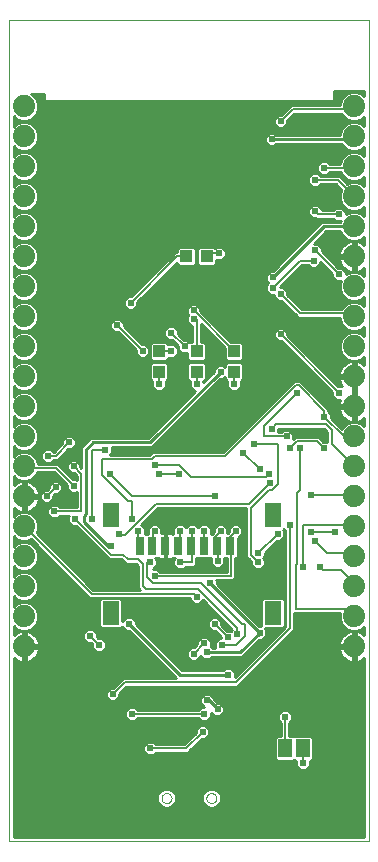
<source format=gbl>
G75*
%MOIN*%
%OFA0B0*%
%FSLAX24Y24*%
%IPPOS*%
%LPD*%
%AMOC8*
5,1,8,0,0,1.08239X$1,22.5*
%
%ADD10C,0.0000*%
%ADD11R,0.0394X0.0433*%
%ADD12R,0.0433X0.0394*%
%ADD13C,0.0740*%
%ADD14R,0.0460X0.0630*%
%ADD15R,0.0315X0.0591*%
%ADD16R,0.0571X0.0787*%
%ADD17C,0.0100*%
%ADD18C,0.0240*%
%ADD19C,0.0060*%
D10*
X002071Y000400D02*
X002071Y027770D01*
X014063Y027770D01*
X014063Y000400D01*
X002071Y000400D01*
X007156Y001846D02*
X007158Y001871D01*
X007164Y001896D01*
X007173Y001920D01*
X007186Y001942D01*
X007203Y001962D01*
X007222Y001979D01*
X007243Y001993D01*
X007267Y002003D01*
X007291Y002010D01*
X007317Y002013D01*
X007342Y002012D01*
X007367Y002007D01*
X007391Y001998D01*
X007414Y001986D01*
X007434Y001971D01*
X007452Y001952D01*
X007467Y001931D01*
X007478Y001908D01*
X007486Y001884D01*
X007490Y001859D01*
X007490Y001833D01*
X007486Y001808D01*
X007478Y001784D01*
X007467Y001761D01*
X007452Y001740D01*
X007434Y001721D01*
X007414Y001706D01*
X007391Y001694D01*
X007367Y001685D01*
X007342Y001680D01*
X007317Y001679D01*
X007291Y001682D01*
X007267Y001689D01*
X007243Y001699D01*
X007222Y001713D01*
X007203Y001730D01*
X007186Y001750D01*
X007173Y001772D01*
X007164Y001796D01*
X007158Y001821D01*
X007156Y001846D01*
X008652Y001846D02*
X008654Y001871D01*
X008660Y001896D01*
X008669Y001920D01*
X008682Y001942D01*
X008699Y001962D01*
X008718Y001979D01*
X008739Y001993D01*
X008763Y002003D01*
X008787Y002010D01*
X008813Y002013D01*
X008838Y002012D01*
X008863Y002007D01*
X008887Y001998D01*
X008910Y001986D01*
X008930Y001971D01*
X008948Y001952D01*
X008963Y001931D01*
X008974Y001908D01*
X008982Y001884D01*
X008986Y001859D01*
X008986Y001833D01*
X008982Y001808D01*
X008974Y001784D01*
X008963Y001761D01*
X008948Y001740D01*
X008930Y001721D01*
X008910Y001706D01*
X008887Y001694D01*
X008863Y001685D01*
X008838Y001680D01*
X008813Y001679D01*
X008787Y001682D01*
X008763Y001689D01*
X008739Y001699D01*
X008718Y001713D01*
X008699Y001730D01*
X008682Y001750D01*
X008669Y001772D01*
X008660Y001796D01*
X008654Y001821D01*
X008652Y001846D01*
D11*
X008321Y016065D03*
X008321Y016735D03*
X009571Y016735D03*
X009571Y016065D03*
X007071Y016065D03*
X007071Y016735D03*
D12*
X007986Y019900D03*
X008655Y019900D03*
D13*
X013571Y019900D03*
X013571Y020900D03*
X013571Y021900D03*
X013571Y022900D03*
X013571Y023900D03*
X013571Y024900D03*
X013571Y018900D03*
X013571Y017900D03*
X013571Y016900D03*
X013571Y015900D03*
X013571Y014900D03*
X013571Y013900D03*
X013571Y012900D03*
X013571Y011900D03*
X013571Y010900D03*
X013571Y009900D03*
X013571Y008900D03*
X013571Y007900D03*
X013571Y006900D03*
X002571Y006900D03*
X002571Y007900D03*
X002571Y008900D03*
X002571Y009900D03*
X002571Y010900D03*
X002571Y011900D03*
X002571Y012900D03*
X002571Y013900D03*
X002571Y014900D03*
X002571Y015900D03*
X002571Y016900D03*
X002571Y017900D03*
X002571Y018900D03*
X002571Y019900D03*
X002571Y020900D03*
X002571Y021900D03*
X002571Y022900D03*
X002571Y023900D03*
X002571Y024900D03*
D14*
X011271Y003500D03*
X011871Y003500D03*
D15*
X009452Y010250D03*
X009019Y010250D03*
X008586Y010250D03*
X008153Y010250D03*
X007720Y010250D03*
X007287Y010250D03*
X006854Y010250D03*
X006421Y010250D03*
D16*
X005456Y011274D03*
X005456Y008006D03*
X010869Y008006D03*
X010869Y011274D03*
D17*
X011238Y010807D02*
X011281Y010765D01*
X011281Y007558D01*
X009601Y005878D01*
X009601Y006045D01*
X009466Y006180D01*
X009275Y006180D01*
X009205Y006110D01*
X007837Y006110D01*
X006301Y007646D01*
X006301Y007745D01*
X006166Y007880D01*
X005975Y007880D01*
X005851Y007756D01*
X005851Y008445D01*
X005787Y008510D01*
X005125Y008510D01*
X005061Y008445D01*
X005061Y007567D01*
X005125Y007502D01*
X005787Y007502D01*
X005841Y007556D01*
X005841Y007555D01*
X005975Y007420D01*
X006074Y007420D01*
X007611Y005884D01*
X007654Y005840D01*
X005863Y005840D01*
X005781Y005758D01*
X005553Y005530D01*
X005425Y005530D01*
X005291Y005395D01*
X005291Y005205D01*
X005425Y005070D01*
X005616Y005070D01*
X005751Y005205D01*
X005751Y005332D01*
X005979Y005560D01*
X009679Y005560D01*
X011479Y007360D01*
X011561Y007442D01*
X011561Y008012D01*
X011563Y008010D01*
X013097Y008010D01*
X013091Y007995D01*
X013091Y007805D01*
X013164Y007628D01*
X013299Y007493D01*
X013475Y007420D01*
X013666Y007420D01*
X013843Y007493D01*
X013913Y007563D01*
X013913Y007293D01*
X013909Y007297D01*
X013843Y007345D01*
X013770Y007382D01*
X013692Y007407D01*
X013621Y007419D01*
X013621Y006950D01*
X013521Y006950D01*
X013521Y007419D01*
X013449Y007407D01*
X013371Y007382D01*
X013298Y007345D01*
X013232Y007297D01*
X013174Y007239D01*
X013126Y007173D01*
X013089Y007100D01*
X013063Y007022D01*
X013052Y006950D01*
X013521Y006950D01*
X013521Y006850D01*
X013621Y006850D01*
X013621Y006381D01*
X013692Y006393D01*
X013770Y006418D01*
X013843Y006455D01*
X013909Y006503D01*
X013913Y006507D01*
X013913Y000550D01*
X002221Y000550D01*
X002221Y006515D01*
X002232Y006503D01*
X002298Y006455D01*
X002371Y006418D01*
X002449Y006393D01*
X002521Y006381D01*
X002521Y006850D01*
X002621Y006850D01*
X002621Y006950D01*
X003089Y006950D01*
X003078Y007022D01*
X003053Y007100D01*
X003015Y007173D01*
X002967Y007239D01*
X002909Y007297D01*
X002843Y007345D01*
X002770Y007382D01*
X002692Y007407D01*
X002621Y007419D01*
X002621Y006950D01*
X002521Y006950D01*
X002521Y007419D01*
X002449Y007407D01*
X002371Y007382D01*
X002298Y007345D01*
X002232Y007297D01*
X002221Y007285D01*
X002221Y007571D01*
X002299Y007493D01*
X002475Y007420D01*
X002666Y007420D01*
X002843Y007493D01*
X002978Y007628D01*
X003051Y007805D01*
X003051Y007995D01*
X002978Y008172D01*
X002843Y008307D01*
X002666Y008380D01*
X002475Y008380D01*
X002299Y008307D01*
X002221Y008229D01*
X002221Y008571D01*
X002299Y008493D01*
X002475Y008420D01*
X002666Y008420D01*
X002843Y008493D01*
X002978Y008628D01*
X003051Y008805D01*
X003051Y008995D01*
X002978Y009172D01*
X002843Y009307D01*
X002666Y009380D01*
X002475Y009380D01*
X002299Y009307D01*
X002221Y009229D01*
X002221Y009571D01*
X002299Y009493D01*
X002475Y009420D01*
X002666Y009420D01*
X002843Y009493D01*
X002978Y009628D01*
X003051Y009805D01*
X003051Y009995D01*
X002978Y010172D01*
X002843Y010307D01*
X002666Y010380D01*
X002475Y010380D01*
X002299Y010307D01*
X002221Y010229D01*
X002221Y010571D01*
X002299Y010493D01*
X002475Y010420D01*
X002666Y010420D01*
X002798Y010475D01*
X004681Y008592D01*
X004763Y008510D01*
X008091Y008510D01*
X008091Y008455D01*
X008225Y008320D01*
X008416Y008320D01*
X008534Y008438D01*
X009509Y007464D01*
X009471Y007425D01*
X009466Y007430D01*
X009339Y007430D01*
X009151Y007618D01*
X009151Y007745D01*
X009016Y007880D01*
X008825Y007880D01*
X008691Y007745D01*
X008691Y007555D01*
X008825Y007420D01*
X008953Y007420D01*
X009141Y007232D01*
X009141Y007180D01*
X009075Y007180D01*
X008941Y007045D01*
X008941Y006860D01*
X008836Y006860D01*
X008796Y006900D01*
X008801Y006905D01*
X008801Y007095D01*
X008666Y007230D01*
X008475Y007230D01*
X008341Y007095D01*
X008341Y006968D01*
X008253Y006880D01*
X008125Y006880D01*
X007991Y006745D01*
X007991Y006555D01*
X008125Y006420D01*
X008316Y006420D01*
X008451Y006555D01*
X008451Y006595D01*
X008575Y006470D01*
X008766Y006470D01*
X008836Y006540D01*
X009837Y006540D01*
X009931Y006634D01*
X010417Y007120D01*
X010516Y007120D01*
X010651Y007255D01*
X010651Y007445D01*
X010594Y007502D01*
X011200Y007502D01*
X011265Y007567D01*
X011265Y008445D01*
X011200Y008510D01*
X010538Y008510D01*
X010474Y008445D01*
X010474Y007580D01*
X010417Y007580D01*
X009001Y008996D01*
X009001Y009095D01*
X008986Y009110D01*
X009529Y009110D01*
X009611Y009192D01*
X009611Y009845D01*
X009655Y009845D01*
X009720Y009909D01*
X009720Y010524D01*
X009851Y010655D01*
X009851Y010845D01*
X009716Y010980D01*
X009525Y010980D01*
X009391Y010845D01*
X009391Y010718D01*
X009363Y010690D01*
X009351Y010678D01*
X009351Y010845D01*
X009216Y010980D01*
X009025Y010980D01*
X008891Y010845D01*
X008891Y010718D01*
X008863Y010690D01*
X008828Y010655D01*
X008816Y010655D01*
X008802Y010642D01*
X008795Y010649D01*
X008801Y010655D01*
X008801Y010845D01*
X008666Y010980D01*
X008475Y010980D01*
X008371Y010875D01*
X008266Y010980D01*
X008075Y010980D01*
X007971Y010875D01*
X007866Y010980D01*
X007675Y010980D01*
X007541Y010845D01*
X007541Y010661D01*
X007536Y010665D01*
X007502Y010685D01*
X007464Y010695D01*
X007315Y010695D01*
X007315Y010279D01*
X007258Y010279D01*
X007258Y010695D01*
X007151Y010695D01*
X007151Y010845D01*
X007016Y010980D01*
X006825Y010980D01*
X006691Y010845D01*
X006691Y010655D01*
X006651Y010655D01*
X006637Y010642D01*
X006624Y010655D01*
X006601Y010655D01*
X006601Y010845D01*
X006482Y010964D01*
X007029Y011510D01*
X009981Y011510D01*
X009981Y009892D01*
X010063Y009810D01*
X010141Y009732D01*
X010141Y009605D01*
X010275Y009470D01*
X010466Y009470D01*
X010601Y009605D01*
X010601Y009795D01*
X010546Y009850D01*
X010601Y009905D01*
X010601Y010032D01*
X010989Y010420D01*
X011116Y010420D01*
X011251Y010555D01*
X011251Y010745D01*
X011213Y010783D01*
X011238Y010807D01*
X011251Y010743D02*
X011281Y010743D01*
X011281Y010644D02*
X011251Y010644D01*
X011241Y010546D02*
X011281Y010546D01*
X011281Y010447D02*
X011143Y010447D01*
X011281Y010349D02*
X010917Y010349D01*
X010819Y010250D02*
X011281Y010250D01*
X011281Y010152D02*
X010720Y010152D01*
X010622Y010053D02*
X011281Y010053D01*
X011281Y009955D02*
X010601Y009955D01*
X010552Y009856D02*
X011281Y009856D01*
X011281Y009758D02*
X010601Y009758D01*
X010601Y009659D02*
X011281Y009659D01*
X011281Y009561D02*
X010556Y009561D01*
X010185Y009561D02*
X009611Y009561D01*
X009611Y009659D02*
X010141Y009659D01*
X010115Y009758D02*
X009611Y009758D01*
X009666Y009856D02*
X010017Y009856D01*
X009981Y009955D02*
X009720Y009955D01*
X009720Y010053D02*
X009981Y010053D01*
X009981Y010152D02*
X009720Y010152D01*
X009720Y010250D02*
X009981Y010250D01*
X009981Y010349D02*
X009720Y010349D01*
X009720Y010447D02*
X009981Y010447D01*
X009981Y010546D02*
X009741Y010546D01*
X009840Y010644D02*
X009981Y010644D01*
X009981Y010743D02*
X009851Y010743D01*
X009851Y010841D02*
X009981Y010841D01*
X009981Y010940D02*
X009756Y010940D01*
X009981Y011038D02*
X006557Y011038D01*
X006506Y010940D02*
X006785Y010940D01*
X006691Y010841D02*
X006601Y010841D01*
X006601Y010743D02*
X006691Y010743D01*
X006639Y010644D02*
X006635Y010644D01*
X006655Y011137D02*
X009981Y011137D01*
X009981Y011235D02*
X006754Y011235D01*
X006852Y011334D02*
X009981Y011334D01*
X009981Y011432D02*
X006951Y011432D01*
X007056Y010940D02*
X007635Y010940D01*
X007541Y010841D02*
X007151Y010841D01*
X007151Y010743D02*
X007541Y010743D01*
X007315Y010644D02*
X007258Y010644D01*
X007258Y010546D02*
X007315Y010546D01*
X007315Y010447D02*
X007258Y010447D01*
X007258Y010349D02*
X007315Y010349D01*
X007315Y010221D02*
X007258Y010221D01*
X007258Y009805D01*
X007110Y009805D01*
X007071Y009815D01*
X007037Y009835D01*
X007027Y009845D01*
X006951Y009845D01*
X007001Y009795D01*
X007001Y009605D01*
X006876Y009480D01*
X007016Y009480D01*
X007106Y009390D01*
X009331Y009390D01*
X009331Y009845D01*
X009251Y009845D01*
X009251Y009655D01*
X009116Y009520D01*
X008925Y009520D01*
X008791Y009655D01*
X008791Y009845D01*
X008803Y009858D01*
X008802Y009858D01*
X008789Y009845D01*
X008383Y009845D01*
X008369Y009858D01*
X008356Y009845D01*
X008311Y009845D01*
X008311Y009642D01*
X008229Y009560D01*
X007956Y009560D01*
X007866Y009470D01*
X007675Y009470D01*
X007541Y009605D01*
X007541Y009795D01*
X007590Y009845D01*
X007546Y009845D01*
X007536Y009835D01*
X007502Y009815D01*
X007464Y009805D01*
X007315Y009805D01*
X007315Y010221D01*
X007315Y010152D02*
X007258Y010152D01*
X007258Y010053D02*
X007315Y010053D01*
X007315Y009955D02*
X007258Y009955D01*
X007258Y009856D02*
X007315Y009856D01*
X007541Y009758D02*
X007001Y009758D01*
X007001Y009659D02*
X007541Y009659D01*
X007585Y009561D02*
X006956Y009561D01*
X007034Y009462D02*
X009331Y009462D01*
X009331Y009561D02*
X009156Y009561D01*
X009251Y009659D02*
X009331Y009659D01*
X009331Y009758D02*
X009251Y009758D01*
X008885Y009561D02*
X008229Y009561D01*
X008311Y009659D02*
X008791Y009659D01*
X008791Y009758D02*
X008311Y009758D01*
X008367Y009856D02*
X008372Y009856D01*
X008800Y009856D02*
X008801Y009856D01*
X008800Y010644D02*
X008805Y010644D01*
X008801Y010743D02*
X008891Y010743D01*
X008891Y010841D02*
X008801Y010841D01*
X008706Y010940D02*
X008985Y010940D01*
X009256Y010940D02*
X009485Y010940D01*
X009391Y010841D02*
X009351Y010841D01*
X009351Y010743D02*
X009391Y010743D01*
X009611Y009462D02*
X011281Y009462D01*
X011281Y009364D02*
X009611Y009364D01*
X009611Y009265D02*
X011281Y009265D01*
X011281Y009167D02*
X009585Y009167D01*
X009224Y008773D02*
X011281Y008773D01*
X011281Y008871D02*
X009126Y008871D01*
X009027Y008970D02*
X011281Y008970D01*
X011281Y009068D02*
X009001Y009068D01*
X008771Y009000D02*
X010421Y007350D01*
X009771Y006700D01*
X008671Y006700D01*
X008803Y006507D02*
X010230Y006507D01*
X010328Y006606D02*
X009902Y006606D01*
X010001Y006704D02*
X010427Y006704D01*
X010525Y006803D02*
X010099Y006803D01*
X010198Y006901D02*
X010624Y006901D01*
X010722Y007000D02*
X010296Y007000D01*
X010395Y007098D02*
X010821Y007098D01*
X010919Y007197D02*
X010592Y007197D01*
X010651Y007295D02*
X011018Y007295D01*
X011116Y007394D02*
X010651Y007394D01*
X010604Y007492D02*
X011215Y007492D01*
X011265Y007591D02*
X011281Y007591D01*
X011281Y007689D02*
X011265Y007689D01*
X011265Y007788D02*
X011281Y007788D01*
X011281Y007886D02*
X011265Y007886D01*
X011265Y007985D02*
X011281Y007985D01*
X011281Y008083D02*
X011265Y008083D01*
X011265Y008182D02*
X011281Y008182D01*
X011281Y008280D02*
X011265Y008280D01*
X011265Y008379D02*
X011281Y008379D01*
X011281Y008477D02*
X011233Y008477D01*
X011281Y008576D02*
X009421Y008576D01*
X009323Y008674D02*
X011281Y008674D01*
X011561Y007985D02*
X013091Y007985D01*
X013091Y007886D02*
X011561Y007886D01*
X011561Y007788D02*
X013098Y007788D01*
X013138Y007689D02*
X011561Y007689D01*
X011561Y007591D02*
X013201Y007591D01*
X013301Y007492D02*
X011561Y007492D01*
X011512Y007394D02*
X013407Y007394D01*
X013521Y007394D02*
X013621Y007394D01*
X013621Y007295D02*
X013521Y007295D01*
X013521Y007197D02*
X013621Y007197D01*
X013621Y007098D02*
X013521Y007098D01*
X013521Y007000D02*
X013621Y007000D01*
X013521Y006901D02*
X011020Y006901D01*
X011118Y007000D02*
X013060Y007000D01*
X013088Y007098D02*
X011217Y007098D01*
X011315Y007197D02*
X013143Y007197D01*
X013230Y007295D02*
X011414Y007295D01*
X010921Y006803D02*
X013060Y006803D01*
X013063Y006778D02*
X013089Y006700D01*
X013126Y006627D01*
X013174Y006561D01*
X013232Y006503D01*
X013298Y006455D01*
X013371Y006418D01*
X013449Y006393D01*
X013521Y006381D01*
X013521Y006850D01*
X013052Y006850D01*
X013063Y006778D01*
X013088Y006704D02*
X010823Y006704D01*
X010724Y006606D02*
X013142Y006606D01*
X013228Y006507D02*
X010626Y006507D01*
X010527Y006409D02*
X013400Y006409D01*
X013521Y006409D02*
X013621Y006409D01*
X013621Y006507D02*
X013521Y006507D01*
X013521Y006606D02*
X013621Y006606D01*
X013621Y006704D02*
X013521Y006704D01*
X013521Y006803D02*
X013621Y006803D01*
X013741Y006409D02*
X013913Y006409D01*
X013913Y006310D02*
X010429Y006310D01*
X010330Y006212D02*
X013913Y006212D01*
X013913Y006113D02*
X010232Y006113D01*
X010133Y006015D02*
X013913Y006015D01*
X013913Y005916D02*
X010035Y005916D01*
X009936Y005818D02*
X013913Y005818D01*
X013913Y005719D02*
X009838Y005719D01*
X009739Y005621D02*
X013913Y005621D01*
X013913Y005522D02*
X005941Y005522D01*
X005842Y005424D02*
X013913Y005424D01*
X013913Y005325D02*
X008771Y005325D01*
X008766Y005330D02*
X008575Y005330D01*
X008441Y005195D01*
X008441Y005005D01*
X008565Y004880D01*
X008475Y004880D01*
X008385Y004790D01*
X006356Y004790D01*
X006266Y004880D01*
X006075Y004880D01*
X005941Y004745D01*
X005941Y004555D01*
X006075Y004420D01*
X006266Y004420D01*
X006356Y004510D01*
X008385Y004510D01*
X008475Y004420D01*
X008666Y004420D01*
X008801Y004555D01*
X008801Y004695D01*
X008925Y004570D01*
X009116Y004570D01*
X009251Y004705D01*
X009251Y004895D01*
X009116Y005030D01*
X009017Y005030D01*
X008901Y005146D01*
X008901Y005195D01*
X008766Y005330D01*
X008869Y005227D02*
X013913Y005227D01*
X013913Y005128D02*
X008919Y005128D01*
X008721Y005100D02*
X009021Y004800D01*
X009181Y004636D02*
X011041Y004636D01*
X011041Y004645D02*
X011041Y004455D01*
X011131Y004365D01*
X011131Y003925D01*
X010995Y003925D01*
X010931Y003861D01*
X010931Y003139D01*
X010995Y003075D01*
X011546Y003075D01*
X011571Y003099D01*
X011595Y003075D01*
X011641Y003075D01*
X011641Y002905D01*
X011775Y002770D01*
X011966Y002770D01*
X012101Y002905D01*
X012101Y003075D01*
X012146Y003075D01*
X012211Y003139D01*
X012211Y003861D01*
X012146Y003925D01*
X011595Y003925D01*
X011571Y003901D01*
X011546Y003925D01*
X011411Y003925D01*
X011411Y004365D01*
X011501Y004455D01*
X011501Y004645D01*
X011366Y004780D01*
X011175Y004780D01*
X011041Y004645D01*
X011041Y004537D02*
X008783Y004537D01*
X008801Y004636D02*
X008860Y004636D01*
X008684Y004439D02*
X011057Y004439D01*
X011131Y004340D02*
X002221Y004340D01*
X002221Y004242D02*
X008387Y004242D01*
X008425Y004280D02*
X008291Y004145D01*
X008291Y004018D01*
X007913Y003640D01*
X006956Y003640D01*
X006866Y003730D01*
X006675Y003730D01*
X006541Y003595D01*
X006541Y003405D01*
X006675Y003270D01*
X006866Y003270D01*
X006956Y003360D01*
X008029Y003360D01*
X008111Y003442D01*
X008489Y003820D01*
X008616Y003820D01*
X008751Y003955D01*
X008751Y004145D01*
X008616Y004280D01*
X008425Y004280D01*
X008457Y004439D02*
X006284Y004439D01*
X006057Y004439D02*
X002221Y004439D01*
X002221Y004537D02*
X005958Y004537D01*
X005941Y004636D02*
X002221Y004636D01*
X002221Y004734D02*
X005941Y004734D01*
X006028Y004833D02*
X002221Y004833D01*
X002221Y004931D02*
X008514Y004931D01*
X008441Y005030D02*
X002221Y005030D01*
X002221Y005128D02*
X005367Y005128D01*
X005291Y005227D02*
X002221Y005227D01*
X002221Y005325D02*
X005291Y005325D01*
X005319Y005424D02*
X002221Y005424D01*
X002221Y005522D02*
X005417Y005522D01*
X005643Y005621D02*
X002221Y005621D01*
X002221Y005719D02*
X005742Y005719D01*
X005840Y005818D02*
X002221Y005818D01*
X002221Y005916D02*
X007578Y005916D01*
X007480Y006015D02*
X002221Y006015D01*
X002221Y006113D02*
X007381Y006113D01*
X007283Y006212D02*
X002221Y006212D01*
X002221Y006310D02*
X007184Y006310D01*
X007086Y006409D02*
X002741Y006409D01*
X002770Y006418D02*
X002692Y006393D01*
X002621Y006381D01*
X002621Y006850D01*
X003089Y006850D01*
X003078Y006778D01*
X003053Y006700D01*
X003015Y006627D01*
X002967Y006561D01*
X002909Y006503D01*
X002843Y006455D01*
X002770Y006418D01*
X002621Y006409D02*
X002521Y006409D01*
X002521Y006507D02*
X002621Y006507D01*
X002621Y006606D02*
X002521Y006606D01*
X002521Y006704D02*
X002621Y006704D01*
X002621Y006803D02*
X002521Y006803D01*
X002621Y006901D02*
X004841Y006901D01*
X004841Y006855D02*
X004975Y006720D01*
X005166Y006720D01*
X005301Y006855D01*
X005301Y007045D01*
X005166Y007180D01*
X005039Y007180D01*
X005001Y007218D01*
X005001Y007345D01*
X004866Y007480D01*
X004675Y007480D01*
X004541Y007345D01*
X004541Y007155D01*
X004675Y007020D01*
X004803Y007020D01*
X004841Y006982D01*
X004841Y006855D01*
X004893Y006803D02*
X003082Y006803D01*
X003054Y006704D02*
X006790Y006704D01*
X006692Y006803D02*
X005248Y006803D01*
X005301Y006901D02*
X006593Y006901D01*
X006495Y007000D02*
X005301Y007000D01*
X005248Y007098D02*
X006396Y007098D01*
X006298Y007197D02*
X005022Y007197D01*
X005001Y007295D02*
X006199Y007295D01*
X006101Y007394D02*
X004952Y007394D01*
X005061Y007591D02*
X002940Y007591D01*
X003003Y007689D02*
X005061Y007689D01*
X005061Y007788D02*
X003044Y007788D01*
X003051Y007886D02*
X005061Y007886D01*
X005061Y007985D02*
X003051Y007985D01*
X003014Y008083D02*
X005061Y008083D01*
X005061Y008182D02*
X002968Y008182D01*
X002869Y008280D02*
X005061Y008280D01*
X005061Y008379D02*
X002670Y008379D01*
X002804Y008477D02*
X005092Y008477D01*
X004879Y008790D02*
X002996Y010673D01*
X003051Y010805D01*
X003051Y010995D01*
X002978Y011172D01*
X002843Y011307D01*
X002666Y011380D01*
X002475Y011380D01*
X002299Y011307D01*
X002221Y011229D01*
X002221Y011515D01*
X002232Y011503D01*
X002298Y011455D01*
X002371Y011418D01*
X002449Y011393D01*
X002521Y011381D01*
X002521Y011850D01*
X002621Y011850D01*
X002621Y011950D01*
X003089Y011950D01*
X003078Y012022D01*
X003053Y012100D01*
X003015Y012173D01*
X002967Y012239D01*
X002909Y012297D01*
X002843Y012345D01*
X002770Y012382D01*
X002692Y012407D01*
X002621Y012419D01*
X002621Y011950D01*
X002521Y011950D01*
X002521Y012419D01*
X002449Y012407D01*
X002371Y012382D01*
X002298Y012345D01*
X002232Y012297D01*
X002221Y012285D01*
X002221Y012571D01*
X002299Y012493D01*
X002475Y012420D01*
X002666Y012420D01*
X002843Y012493D01*
X002978Y012628D01*
X003011Y012710D01*
X003563Y012710D01*
X003991Y012282D01*
X003991Y012155D01*
X004125Y012020D01*
X004316Y012020D01*
X004331Y012035D01*
X004331Y011540D01*
X003756Y011540D01*
X003666Y011630D01*
X003475Y011630D01*
X003341Y011495D01*
X003341Y011305D01*
X003475Y011170D01*
X003666Y011170D01*
X003756Y011260D01*
X004055Y011260D01*
X004041Y011245D01*
X004041Y011055D01*
X004175Y010920D01*
X004303Y010920D01*
X005331Y009892D01*
X005413Y009810D01*
X005813Y009810D01*
X005881Y009742D01*
X005963Y009660D01*
X006313Y009660D01*
X006381Y009592D01*
X006381Y008842D01*
X006433Y008790D01*
X004879Y008790D01*
X004798Y008871D02*
X006381Y008871D01*
X006381Y008970D02*
X004699Y008970D01*
X004601Y009068D02*
X006381Y009068D01*
X006381Y009167D02*
X004502Y009167D01*
X004404Y009265D02*
X006381Y009265D01*
X006381Y009364D02*
X004305Y009364D01*
X004207Y009462D02*
X006381Y009462D01*
X006381Y009561D02*
X004108Y009561D01*
X004010Y009659D02*
X006314Y009659D01*
X005865Y009758D02*
X003911Y009758D01*
X003813Y009856D02*
X005367Y009856D01*
X005268Y009955D02*
X003714Y009955D01*
X003616Y010053D02*
X005170Y010053D01*
X005071Y010152D02*
X003517Y010152D01*
X003419Y010250D02*
X004973Y010250D01*
X004874Y010349D02*
X003320Y010349D01*
X003222Y010447D02*
X004776Y010447D01*
X004677Y010546D02*
X003123Y010546D01*
X003025Y010644D02*
X004579Y010644D01*
X004480Y010743D02*
X003025Y010743D01*
X003051Y010841D02*
X004382Y010841D01*
X004571Y011050D02*
X005371Y010250D01*
X005471Y010250D01*
X004571Y011050D02*
X004571Y011250D01*
X004621Y011300D01*
X004621Y013450D01*
X004871Y013700D01*
X006771Y013700D01*
X009121Y016050D01*
X009117Y015820D02*
X009216Y015820D01*
X009264Y015868D01*
X009264Y015803D01*
X009328Y015739D01*
X009341Y015739D01*
X009341Y015555D01*
X009475Y015420D01*
X009666Y015420D01*
X009801Y015555D01*
X009801Y015739D01*
X009813Y015739D01*
X009877Y015803D01*
X009877Y016327D01*
X009813Y016392D01*
X009328Y016392D01*
X009264Y016327D01*
X009264Y016232D01*
X009216Y016280D01*
X009025Y016280D01*
X008891Y016145D01*
X008891Y016046D01*
X008551Y015706D01*
X008551Y015739D01*
X008563Y015739D01*
X008627Y015803D01*
X008627Y016327D01*
X008563Y016392D01*
X008078Y016392D01*
X008014Y016327D01*
X008014Y015803D01*
X008078Y015739D01*
X008091Y015739D01*
X008091Y015555D01*
X008225Y015420D01*
X008264Y015420D01*
X006704Y013860D01*
X004804Y013860D01*
X004554Y013610D01*
X004461Y013516D01*
X004461Y012858D01*
X004451Y012868D01*
X004451Y012995D01*
X004316Y013130D01*
X004125Y013130D01*
X003991Y012995D01*
X003991Y012805D01*
X004125Y012670D01*
X004253Y012670D01*
X004331Y012592D01*
X004331Y012465D01*
X004316Y012480D01*
X004189Y012480D01*
X003761Y012908D01*
X003679Y012990D01*
X003051Y012990D01*
X003051Y012995D01*
X002978Y013172D01*
X002843Y013307D01*
X002666Y013380D01*
X002475Y013380D01*
X002299Y013307D01*
X002221Y013229D01*
X002221Y013571D01*
X002299Y013493D01*
X002475Y013420D01*
X002666Y013420D01*
X002843Y013493D01*
X002978Y013628D01*
X003051Y013805D01*
X003051Y013995D01*
X002978Y014172D01*
X002843Y014307D01*
X002666Y014380D01*
X002475Y014380D01*
X002299Y014307D01*
X002221Y014229D01*
X002221Y014571D01*
X002299Y014493D01*
X002475Y014420D01*
X002666Y014420D01*
X002843Y014493D01*
X002978Y014628D01*
X003051Y014805D01*
X003051Y014995D01*
X002978Y015172D01*
X002843Y015307D01*
X002666Y015380D01*
X002475Y015380D01*
X002299Y015307D01*
X002221Y015229D01*
X002221Y015571D01*
X002299Y015493D01*
X002475Y015420D01*
X002666Y015420D01*
X002843Y015493D01*
X002978Y015628D01*
X003051Y015805D01*
X003051Y015995D01*
X002978Y016172D01*
X002843Y016307D01*
X002666Y016380D01*
X002475Y016380D01*
X002299Y016307D01*
X002221Y016229D01*
X002221Y016571D01*
X002299Y016493D01*
X002475Y016420D01*
X002666Y016420D01*
X002843Y016493D01*
X002978Y016628D01*
X003051Y016805D01*
X003051Y016995D01*
X002978Y017172D01*
X002843Y017307D01*
X002666Y017380D01*
X002475Y017380D01*
X002299Y017307D01*
X002221Y017229D01*
X002221Y017571D01*
X002299Y017493D01*
X002475Y017420D01*
X002666Y017420D01*
X002843Y017493D01*
X002978Y017628D01*
X003051Y017805D01*
X003051Y017995D01*
X002978Y018172D01*
X002843Y018307D01*
X002666Y018380D01*
X002475Y018380D01*
X002299Y018307D01*
X002221Y018229D01*
X002221Y018571D01*
X002299Y018493D01*
X002475Y018420D01*
X002666Y018420D01*
X002843Y018493D01*
X002978Y018628D01*
X003051Y018805D01*
X003051Y018995D01*
X002978Y019172D01*
X002843Y019307D01*
X002666Y019380D01*
X002475Y019380D01*
X002299Y019307D01*
X002221Y019229D01*
X002221Y019571D01*
X002299Y019493D01*
X002475Y019420D01*
X002666Y019420D01*
X002843Y019493D01*
X002978Y019628D01*
X003051Y019805D01*
X007377Y019805D01*
X007476Y019903D02*
X003051Y019903D01*
X003051Y019995D02*
X002978Y020172D01*
X002843Y020307D01*
X002666Y020380D01*
X002475Y020380D01*
X002299Y020307D01*
X002221Y020229D01*
X002221Y020571D01*
X002299Y020493D01*
X002475Y020420D01*
X002666Y020420D01*
X002843Y020493D01*
X002978Y020628D01*
X003051Y020805D01*
X003051Y020995D01*
X002978Y021172D01*
X002843Y021307D01*
X002666Y021380D01*
X002475Y021380D01*
X002299Y021307D01*
X002221Y021229D01*
X002221Y021571D01*
X002299Y021493D01*
X002475Y021420D01*
X002666Y021420D01*
X002843Y021493D01*
X002978Y021628D01*
X003051Y021805D01*
X003051Y021995D01*
X002978Y022172D01*
X002843Y022307D01*
X002666Y022380D01*
X002475Y022380D01*
X002299Y022307D01*
X002221Y022229D01*
X002221Y022571D01*
X002299Y022493D01*
X002475Y022420D01*
X002666Y022420D01*
X002843Y022493D01*
X002978Y022628D01*
X003051Y022805D01*
X003051Y022995D01*
X002978Y023172D01*
X002843Y023307D01*
X002666Y023380D01*
X002475Y023380D01*
X002299Y023307D01*
X002221Y023229D01*
X002221Y023571D01*
X002299Y023493D01*
X002475Y023420D01*
X002666Y023420D01*
X002843Y023493D01*
X002978Y023628D01*
X003051Y023805D01*
X003051Y023995D01*
X002978Y024172D01*
X002843Y024307D01*
X002666Y024380D01*
X002475Y024380D01*
X002299Y024307D01*
X002221Y024229D01*
X002221Y024571D01*
X002299Y024493D01*
X002475Y024420D01*
X002666Y024420D01*
X002843Y024493D01*
X002978Y024628D01*
X003051Y024805D01*
X003051Y024995D01*
X002978Y025172D01*
X002843Y025307D01*
X002811Y025320D01*
X003241Y025320D01*
X003241Y025117D01*
X003287Y025070D01*
X012854Y025070D01*
X012901Y025117D01*
X012901Y025400D01*
X013913Y025400D01*
X013913Y025237D01*
X013843Y025307D01*
X013666Y025380D01*
X013475Y025380D01*
X013299Y025307D01*
X013164Y025172D01*
X013091Y024995D01*
X013091Y024940D01*
X011463Y024940D01*
X011381Y024858D01*
X011153Y024630D01*
X011025Y024630D01*
X010891Y024495D01*
X010891Y024305D01*
X011025Y024170D01*
X011216Y024170D01*
X011351Y024305D01*
X011351Y024432D01*
X011579Y024660D01*
X013150Y024660D01*
X013164Y024628D01*
X013299Y024493D01*
X013475Y024420D01*
X013666Y024420D01*
X013843Y024493D01*
X013913Y024563D01*
X013913Y024237D01*
X013912Y024237D01*
X013913Y024237D02*
X013843Y024307D01*
X013666Y024380D01*
X013475Y024380D01*
X013299Y024307D01*
X013164Y024172D01*
X013091Y023995D01*
X013091Y023960D01*
X010986Y023960D01*
X010916Y024030D01*
X010725Y024030D01*
X010591Y023895D01*
X010591Y023705D01*
X010725Y023570D01*
X010916Y023570D01*
X010986Y023640D01*
X013159Y023640D01*
X013164Y023628D01*
X013299Y023493D01*
X013475Y023420D01*
X013666Y023420D01*
X013843Y023493D01*
X013913Y023563D01*
X013913Y023237D01*
X013843Y023307D01*
X013666Y023380D01*
X013475Y023380D01*
X013299Y023307D01*
X013164Y023172D01*
X013091Y022995D01*
X013091Y022990D01*
X012756Y022990D01*
X012666Y023080D01*
X012475Y023080D01*
X012341Y022945D01*
X012341Y022755D01*
X012475Y022620D01*
X012666Y022620D01*
X012756Y022710D01*
X013130Y022710D01*
X013164Y022628D01*
X013299Y022493D01*
X013475Y022420D01*
X013666Y022420D01*
X013843Y022493D01*
X013913Y022563D01*
X013913Y022237D01*
X013843Y022307D01*
X013666Y022380D01*
X013475Y022380D01*
X013343Y022325D01*
X013161Y022508D01*
X013079Y022590D01*
X012456Y022590D01*
X012366Y022680D01*
X012175Y022680D01*
X012041Y022545D01*
X012041Y022355D01*
X012175Y022220D01*
X012366Y022220D01*
X012456Y022310D01*
X012963Y022310D01*
X013145Y022127D01*
X013091Y021995D01*
X013091Y021805D01*
X013164Y021628D01*
X013299Y021493D01*
X013475Y021420D01*
X013666Y021420D01*
X013843Y021493D01*
X013913Y021563D01*
X013913Y021237D01*
X013843Y021307D01*
X013666Y021380D01*
X013475Y021380D01*
X013301Y021308D01*
X013301Y021395D01*
X013166Y021530D01*
X012975Y021530D01*
X012885Y021440D01*
X012501Y021440D01*
X012501Y021495D01*
X012366Y021630D01*
X012175Y021630D01*
X012041Y021495D01*
X012041Y021305D01*
X012175Y021170D01*
X012303Y021170D01*
X012313Y021160D01*
X012885Y021160D01*
X012975Y021070D01*
X013121Y021070D01*
X013117Y021060D01*
X012504Y021060D01*
X012411Y020966D01*
X010874Y019430D01*
X010775Y019430D01*
X010641Y019295D01*
X010641Y019105D01*
X010720Y019025D01*
X010641Y018945D01*
X010641Y018755D01*
X010775Y018620D01*
X010891Y018620D01*
X010891Y018555D01*
X011025Y018420D01*
X011153Y018420D01*
X011631Y017942D01*
X011713Y017860D01*
X013091Y017860D01*
X013091Y017805D01*
X013164Y017628D01*
X013299Y017493D01*
X013475Y017420D01*
X013666Y017420D01*
X013843Y017493D01*
X013913Y017563D01*
X013913Y017237D01*
X013843Y017307D01*
X013666Y017380D01*
X013475Y017380D01*
X013299Y017307D01*
X013164Y017172D01*
X013091Y016995D01*
X013091Y016805D01*
X013164Y016628D01*
X013299Y016493D01*
X013475Y016420D01*
X013666Y016420D01*
X013843Y016493D01*
X013913Y016563D01*
X013913Y016293D01*
X013909Y016297D01*
X013843Y016345D01*
X013770Y016382D01*
X013692Y016407D01*
X013621Y016419D01*
X013621Y015950D01*
X013521Y015950D01*
X013521Y016419D01*
X013449Y016407D01*
X013371Y016382D01*
X013298Y016345D01*
X013232Y016297D01*
X013174Y016239D01*
X013126Y016173D01*
X013089Y016100D01*
X013063Y016022D01*
X013052Y015950D01*
X013521Y015950D01*
X013521Y015850D01*
X013621Y015850D01*
X013621Y015381D01*
X013621Y014950D01*
X013521Y014950D01*
X013521Y015850D01*
X013052Y015850D01*
X013063Y015778D01*
X013089Y015700D01*
X013126Y015627D01*
X013160Y015580D01*
X013039Y015580D01*
X011351Y017268D01*
X011351Y017395D01*
X011216Y017530D01*
X011025Y017530D01*
X010891Y017395D01*
X010891Y017205D01*
X011025Y017070D01*
X011153Y017070D01*
X012841Y015382D01*
X012841Y015255D01*
X012975Y015120D01*
X013099Y015120D01*
X013089Y015100D01*
X013063Y015022D01*
X013052Y014950D01*
X013521Y014950D01*
X013521Y014850D01*
X013621Y014850D01*
X013621Y014381D01*
X013692Y014393D01*
X013770Y014418D01*
X013843Y014455D01*
X013909Y014503D01*
X013913Y014507D01*
X013913Y014237D01*
X013843Y014307D01*
X013666Y014380D01*
X013475Y014380D01*
X013299Y014307D01*
X013164Y014172D01*
X013159Y014160D01*
X012801Y014518D01*
X012801Y014645D01*
X012711Y014735D01*
X012711Y014808D01*
X012629Y014890D01*
X011779Y015740D01*
X011563Y015740D01*
X011481Y015658D01*
X009213Y013390D01*
X006863Y013390D01*
X006781Y013308D01*
X006763Y013290D01*
X005436Y013290D01*
X005501Y013355D01*
X005501Y013540D01*
X006837Y013540D01*
X006931Y013634D01*
X009117Y015820D01*
X009063Y015766D02*
X009301Y015766D01*
X009264Y015865D02*
X009260Y015865D01*
X009341Y015668D02*
X008964Y015668D01*
X008866Y015569D02*
X009341Y015569D01*
X009425Y015471D02*
X008767Y015471D01*
X008669Y015372D02*
X011195Y015372D01*
X011293Y015471D02*
X009716Y015471D01*
X009801Y015569D02*
X011392Y015569D01*
X011490Y015668D02*
X009801Y015668D01*
X009840Y015766D02*
X012457Y015766D01*
X012555Y015668D02*
X011851Y015668D01*
X011950Y015569D02*
X012654Y015569D01*
X012752Y015471D02*
X012048Y015471D01*
X012147Y015372D02*
X012841Y015372D01*
X012841Y015274D02*
X012245Y015274D01*
X012344Y015175D02*
X012920Y015175D01*
X013081Y015077D02*
X012442Y015077D01*
X012541Y014978D02*
X013056Y014978D01*
X013052Y014850D02*
X013063Y014778D01*
X013089Y014700D01*
X013126Y014627D01*
X013174Y014561D01*
X013232Y014503D01*
X013298Y014455D01*
X013371Y014418D01*
X013449Y014393D01*
X013521Y014381D01*
X013521Y014850D01*
X013052Y014850D01*
X013063Y014781D02*
X012711Y014781D01*
X012763Y014683D02*
X013098Y014683D01*
X013157Y014584D02*
X012801Y014584D01*
X012833Y014486D02*
X013256Y014486D01*
X013280Y014289D02*
X013030Y014289D01*
X012932Y014387D02*
X013485Y014387D01*
X013521Y014387D02*
X013621Y014387D01*
X013656Y014387D02*
X013913Y014387D01*
X013913Y014289D02*
X013861Y014289D01*
X013885Y014486D02*
X013913Y014486D01*
X013621Y014486D02*
X013521Y014486D01*
X013521Y014584D02*
X013621Y014584D01*
X013621Y014683D02*
X013521Y014683D01*
X013521Y014781D02*
X013621Y014781D01*
X013521Y014880D02*
X012639Y014880D01*
X012563Y014160D02*
X012681Y014042D01*
X012681Y013715D01*
X012666Y013730D01*
X012539Y013730D01*
X012461Y013808D01*
X012379Y013890D01*
X011613Y013890D01*
X011551Y013828D01*
X011551Y013995D01*
X011416Y014130D01*
X011225Y014130D01*
X011135Y014040D01*
X011036Y014040D01*
X011051Y014055D01*
X011051Y014160D01*
X012563Y014160D01*
X012631Y014092D02*
X011454Y014092D01*
X011551Y013993D02*
X012681Y013993D01*
X012681Y013895D02*
X011551Y013895D01*
X011187Y014092D02*
X011051Y014092D01*
X010505Y014683D02*
X007979Y014683D01*
X008078Y014781D02*
X010604Y014781D01*
X010702Y014880D02*
X008176Y014880D01*
X008275Y014978D02*
X010801Y014978D01*
X010899Y015077D02*
X008373Y015077D01*
X008472Y015175D02*
X010998Y015175D01*
X011096Y015274D02*
X008570Y015274D01*
X008590Y015766D02*
X008610Y015766D01*
X008627Y015865D02*
X008709Y015865D01*
X008627Y015963D02*
X008807Y015963D01*
X008891Y016062D02*
X008627Y016062D01*
X008627Y016160D02*
X008905Y016160D01*
X009004Y016259D02*
X008627Y016259D01*
X008598Y016357D02*
X009293Y016357D01*
X009328Y016408D02*
X009813Y016408D01*
X009877Y016473D01*
X009877Y016997D01*
X009813Y017061D01*
X009457Y017061D01*
X008451Y018068D01*
X008451Y018195D01*
X008316Y018330D01*
X008125Y018330D01*
X007991Y018195D01*
X007991Y018005D01*
X008045Y017950D01*
X007991Y017895D01*
X007991Y017705D01*
X008125Y017570D01*
X008181Y017570D01*
X008181Y017061D01*
X008085Y017061D01*
X008016Y017130D01*
X007889Y017130D01*
X007701Y017318D01*
X007701Y017445D01*
X007566Y017580D01*
X007375Y017580D01*
X007241Y017445D01*
X007241Y017255D01*
X007375Y017120D01*
X007503Y017120D01*
X007691Y016932D01*
X007691Y016855D01*
X007566Y016980D01*
X007377Y016980D01*
X007377Y016997D01*
X007313Y017061D01*
X006828Y017061D01*
X006764Y016997D01*
X006764Y016473D01*
X006828Y016408D01*
X007313Y016408D01*
X007377Y016473D01*
X007377Y016520D01*
X007566Y016520D01*
X007701Y016655D01*
X007701Y016795D01*
X007825Y016670D01*
X008014Y016670D01*
X008014Y016473D01*
X008078Y016408D01*
X008563Y016408D01*
X008627Y016473D01*
X008627Y016997D01*
X008563Y017061D01*
X008461Y017061D01*
X008461Y017662D01*
X009264Y016859D01*
X009264Y016473D01*
X009328Y016408D01*
X009281Y016456D02*
X008610Y016456D01*
X008627Y016554D02*
X009264Y016554D01*
X009264Y016653D02*
X008627Y016653D01*
X008627Y016751D02*
X009264Y016751D01*
X009264Y016850D02*
X008627Y016850D01*
X008627Y016948D02*
X009175Y016948D01*
X009076Y017047D02*
X008578Y017047D01*
X008461Y017145D02*
X008978Y017145D01*
X008879Y017244D02*
X008461Y017244D01*
X008461Y017342D02*
X008781Y017342D01*
X008682Y017441D02*
X008461Y017441D01*
X008461Y017539D02*
X008584Y017539D01*
X008485Y017638D02*
X008461Y017638D01*
X008684Y017835D02*
X013091Y017835D01*
X013119Y017736D02*
X008783Y017736D01*
X008881Y017638D02*
X013160Y017638D01*
X013253Y017539D02*
X008980Y017539D01*
X009078Y017441D02*
X010936Y017441D01*
X010891Y017342D02*
X009177Y017342D01*
X009275Y017244D02*
X010891Y017244D01*
X010950Y017145D02*
X009374Y017145D01*
X009828Y017047D02*
X011176Y017047D01*
X011275Y016948D02*
X009877Y016948D01*
X009877Y016850D02*
X011373Y016850D01*
X011472Y016751D02*
X009877Y016751D01*
X009877Y016653D02*
X011570Y016653D01*
X011669Y016554D02*
X009877Y016554D01*
X009860Y016456D02*
X011767Y016456D01*
X011866Y016357D02*
X009848Y016357D01*
X009877Y016259D02*
X011964Y016259D01*
X012063Y016160D02*
X009877Y016160D01*
X009877Y016062D02*
X012161Y016062D01*
X012260Y015963D02*
X009877Y015963D01*
X009877Y015865D02*
X012358Y015865D01*
X012557Y016062D02*
X013076Y016062D01*
X013054Y015963D02*
X012656Y015963D01*
X012754Y015865D02*
X013521Y015865D01*
X013521Y015963D02*
X013621Y015963D01*
X013621Y016062D02*
X013521Y016062D01*
X013521Y016160D02*
X013621Y016160D01*
X013621Y016259D02*
X013521Y016259D01*
X013521Y016357D02*
X013621Y016357D01*
X013752Y016456D02*
X013913Y016456D01*
X013903Y016554D02*
X013913Y016554D01*
X013913Y016357D02*
X013819Y016357D01*
X013621Y015766D02*
X013521Y015766D01*
X013521Y015668D02*
X013621Y015668D01*
X013621Y015569D02*
X013521Y015569D01*
X013521Y015471D02*
X013621Y015471D01*
X013621Y015372D02*
X013521Y015372D01*
X013521Y015274D02*
X013621Y015274D01*
X013621Y015175D02*
X013521Y015175D01*
X013521Y015077D02*
X013621Y015077D01*
X013621Y014978D02*
X013521Y014978D01*
X013105Y015668D02*
X012951Y015668D01*
X012853Y015766D02*
X013067Y015766D01*
X013119Y016160D02*
X012459Y016160D01*
X012360Y016259D02*
X013194Y016259D01*
X013322Y016357D02*
X012262Y016357D01*
X012163Y016456D02*
X013389Y016456D01*
X013238Y016554D02*
X012065Y016554D01*
X011966Y016653D02*
X013154Y016653D01*
X013113Y016751D02*
X011868Y016751D01*
X011769Y016850D02*
X013091Y016850D01*
X013091Y016948D02*
X011671Y016948D01*
X011572Y017047D02*
X013112Y017047D01*
X013153Y017145D02*
X011474Y017145D01*
X011375Y017244D02*
X013235Y017244D01*
X013383Y017342D02*
X011351Y017342D01*
X011305Y017441D02*
X013426Y017441D01*
X013716Y017441D02*
X013913Y017441D01*
X013913Y017539D02*
X013888Y017539D01*
X013913Y017342D02*
X013758Y017342D01*
X013906Y017244D02*
X013913Y017244D01*
X013913Y018237D02*
X013843Y018307D01*
X013666Y018380D01*
X013475Y018380D01*
X013299Y018307D01*
X013164Y018172D01*
X013150Y018140D01*
X011829Y018140D01*
X011351Y018618D01*
X011351Y018745D01*
X011216Y018880D01*
X011101Y018880D01*
X011101Y018882D01*
X011829Y019610D01*
X012035Y019610D01*
X012125Y019520D01*
X012316Y019520D01*
X012451Y019655D01*
X012451Y019722D01*
X012841Y019332D01*
X012841Y019205D01*
X012975Y019070D01*
X013121Y019070D01*
X013091Y018995D01*
X013091Y018805D01*
X013164Y018628D01*
X013299Y018493D01*
X013475Y018420D01*
X013666Y018420D01*
X013843Y018493D01*
X013913Y018563D01*
X013913Y018237D01*
X013913Y018327D02*
X013794Y018327D01*
X013679Y018426D02*
X013913Y018426D01*
X013913Y018524D02*
X013873Y018524D01*
X013462Y018426D02*
X011543Y018426D01*
X011445Y018524D02*
X013268Y018524D01*
X013169Y018623D02*
X011351Y018623D01*
X011351Y018721D02*
X013125Y018721D01*
X013091Y018820D02*
X011276Y018820D01*
X011137Y018918D02*
X013091Y018918D01*
X013099Y019017D02*
X011235Y019017D01*
X011334Y019115D02*
X012930Y019115D01*
X012841Y019214D02*
X011432Y019214D01*
X011531Y019312D02*
X012841Y019312D01*
X012762Y019411D02*
X011629Y019411D01*
X011728Y019509D02*
X012664Y019509D01*
X012565Y019608D02*
X012403Y019608D01*
X012451Y019706D02*
X012467Y019706D01*
X012666Y019903D02*
X013521Y019903D01*
X013521Y019950D02*
X013521Y019850D01*
X013621Y019850D01*
X013621Y019381D01*
X013692Y019393D01*
X013770Y019418D01*
X013843Y019455D01*
X013909Y019503D01*
X013913Y019507D01*
X013913Y019237D01*
X013843Y019307D01*
X013666Y019380D01*
X013475Y019380D01*
X013301Y019308D01*
X013301Y019395D01*
X013166Y019530D01*
X013039Y019530D01*
X012501Y020068D01*
X012501Y020195D01*
X012366Y020330D01*
X012227Y020330D01*
X012637Y020740D01*
X013117Y020740D01*
X013164Y020628D01*
X013299Y020493D01*
X013475Y020420D01*
X013666Y020420D01*
X013843Y020493D01*
X013913Y020563D01*
X013913Y020293D01*
X013909Y020297D01*
X013913Y020297D01*
X013909Y020297D02*
X013843Y020345D01*
X013770Y020382D01*
X013692Y020407D01*
X013621Y020419D01*
X013621Y019950D01*
X013521Y019950D01*
X013521Y020419D01*
X013449Y020407D01*
X013371Y020382D01*
X013298Y020345D01*
X013232Y020297D01*
X013174Y020239D01*
X013126Y020173D01*
X013089Y020100D01*
X012501Y020100D01*
X012497Y020199D02*
X013145Y020199D01*
X013089Y020100D02*
X013063Y020022D01*
X013052Y019950D01*
X013521Y019950D01*
X013521Y020002D02*
X013621Y020002D01*
X013621Y020100D02*
X013521Y020100D01*
X013521Y020199D02*
X013621Y020199D01*
X013621Y020297D02*
X013521Y020297D01*
X013521Y020396D02*
X013621Y020396D01*
X013728Y020396D02*
X013913Y020396D01*
X013913Y020494D02*
X013843Y020494D01*
X013571Y020900D02*
X012571Y020900D01*
X010871Y019200D01*
X010756Y019411D02*
X007379Y019411D01*
X007478Y019509D02*
X010953Y019509D01*
X011052Y019608D02*
X008932Y019608D01*
X008917Y019593D02*
X008982Y019658D01*
X008982Y019770D01*
X009166Y019770D01*
X009301Y019905D01*
X009301Y020095D01*
X009166Y020230D01*
X008975Y020230D01*
X008935Y020189D01*
X008917Y020207D01*
X008393Y020207D01*
X008329Y020142D01*
X008329Y019658D01*
X008393Y019593D01*
X008917Y019593D01*
X008982Y019706D02*
X011150Y019706D01*
X011249Y019805D02*
X009200Y019805D01*
X009299Y019903D02*
X011347Y019903D01*
X011446Y020002D02*
X009301Y020002D01*
X009296Y020100D02*
X011544Y020100D01*
X011643Y020199D02*
X009197Y020199D01*
X008944Y020199D02*
X008926Y020199D01*
X008385Y020199D02*
X008256Y020199D01*
X008248Y020207D02*
X007724Y020207D01*
X007659Y020142D01*
X007659Y020040D01*
X007613Y020040D01*
X007531Y019958D01*
X006153Y018580D01*
X006025Y018580D01*
X005891Y018445D01*
X005891Y018255D01*
X006025Y018120D01*
X006216Y018120D01*
X006351Y018255D01*
X006351Y018382D01*
X007659Y019691D01*
X007659Y019658D01*
X007724Y019593D01*
X008248Y019593D01*
X008312Y019658D01*
X008312Y020142D01*
X008248Y020207D01*
X008312Y020100D02*
X008329Y020100D01*
X008329Y020002D02*
X008312Y020002D01*
X008312Y019903D02*
X008329Y019903D01*
X008329Y019805D02*
X008312Y019805D01*
X008312Y019706D02*
X008329Y019706D01*
X008379Y019608D02*
X008262Y019608D01*
X007709Y019608D02*
X007576Y019608D01*
X007279Y019706D02*
X003010Y019706D01*
X003051Y019805D02*
X003051Y019995D01*
X003048Y020002D02*
X007574Y020002D01*
X007659Y020100D02*
X003007Y020100D01*
X002951Y020199D02*
X007716Y020199D01*
X007180Y019608D02*
X002957Y019608D01*
X002858Y019509D02*
X007082Y019509D01*
X006983Y019411D02*
X002221Y019411D01*
X002221Y019509D02*
X002283Y019509D01*
X002311Y019312D02*
X002221Y019312D01*
X002221Y018524D02*
X002268Y018524D01*
X002221Y018426D02*
X002462Y018426D01*
X002347Y018327D02*
X002221Y018327D01*
X002679Y018426D02*
X005891Y018426D01*
X005891Y018327D02*
X002794Y018327D01*
X002921Y018229D02*
X005917Y018229D01*
X006015Y018130D02*
X002995Y018130D01*
X003036Y018032D02*
X007991Y018032D01*
X007991Y018130D02*
X006226Y018130D01*
X006324Y018229D02*
X008024Y018229D01*
X008122Y018327D02*
X006351Y018327D01*
X006394Y018426D02*
X011020Y018426D01*
X010921Y018524D02*
X006493Y018524D01*
X006591Y018623D02*
X010773Y018623D01*
X010674Y018721D02*
X006690Y018721D01*
X006788Y018820D02*
X010641Y018820D01*
X010641Y018918D02*
X006887Y018918D01*
X006985Y019017D02*
X010712Y019017D01*
X010641Y019115D02*
X007084Y019115D01*
X007182Y019214D02*
X010641Y019214D01*
X010657Y019312D02*
X007281Y019312D01*
X006885Y019312D02*
X002830Y019312D01*
X002936Y019214D02*
X006786Y019214D01*
X006688Y019115D02*
X003001Y019115D01*
X003042Y019017D02*
X006589Y019017D01*
X006491Y018918D02*
X003051Y018918D01*
X003051Y018820D02*
X006392Y018820D01*
X006294Y018721D02*
X003016Y018721D01*
X002972Y018623D02*
X006195Y018623D01*
X005969Y018524D02*
X002873Y018524D01*
X003051Y017933D02*
X008028Y017933D01*
X007991Y017835D02*
X003051Y017835D01*
X003022Y017736D02*
X005481Y017736D01*
X005441Y017695D02*
X005441Y017505D01*
X005575Y017370D01*
X005703Y017370D01*
X006291Y016782D01*
X006291Y016655D01*
X006425Y016520D01*
X006616Y016520D01*
X006751Y016655D01*
X006751Y016845D01*
X006616Y016980D01*
X006489Y016980D01*
X005901Y017568D01*
X005901Y017695D01*
X005766Y017830D01*
X005575Y017830D01*
X005441Y017695D01*
X005441Y017638D02*
X002981Y017638D01*
X002888Y017539D02*
X005441Y017539D01*
X005505Y017441D02*
X002716Y017441D01*
X002758Y017342D02*
X005731Y017342D01*
X005829Y017244D02*
X002906Y017244D01*
X002989Y017145D02*
X005928Y017145D01*
X006026Y017047D02*
X003029Y017047D01*
X003051Y016948D02*
X006125Y016948D01*
X006223Y016850D02*
X003051Y016850D01*
X003028Y016751D02*
X006291Y016751D01*
X006293Y016653D02*
X002988Y016653D01*
X002903Y016554D02*
X006391Y016554D01*
X006650Y016554D02*
X006764Y016554D01*
X006764Y016653D02*
X006748Y016653D01*
X006751Y016751D02*
X006764Y016751D01*
X006764Y016850D02*
X006746Y016850D01*
X006764Y016948D02*
X006648Y016948D01*
X006814Y017047D02*
X006422Y017047D01*
X006324Y017145D02*
X007350Y017145D01*
X007328Y017047D02*
X007576Y017047D01*
X007598Y016948D02*
X007675Y016948D01*
X007701Y016751D02*
X007744Y016751D01*
X007698Y016653D02*
X008014Y016653D01*
X008014Y016554D02*
X007600Y016554D01*
X007360Y016456D02*
X008031Y016456D01*
X008043Y016357D02*
X007348Y016357D01*
X007377Y016327D02*
X007313Y016392D01*
X006828Y016392D01*
X006764Y016327D01*
X006764Y015803D01*
X006828Y015739D01*
X006841Y015739D01*
X006841Y015555D01*
X006975Y015420D01*
X007166Y015420D01*
X007301Y015555D01*
X007301Y015739D01*
X007313Y015739D01*
X007377Y015803D01*
X007377Y016327D01*
X007377Y016259D02*
X008014Y016259D01*
X008014Y016160D02*
X007377Y016160D01*
X007377Y016062D02*
X008014Y016062D01*
X008014Y015963D02*
X007377Y015963D01*
X007377Y015865D02*
X008014Y015865D01*
X008051Y015766D02*
X007340Y015766D01*
X007301Y015668D02*
X008091Y015668D01*
X008091Y015569D02*
X007301Y015569D01*
X007216Y015471D02*
X008175Y015471D01*
X008216Y015372D02*
X002685Y015372D01*
X002788Y015471D02*
X006925Y015471D01*
X006841Y015569D02*
X002918Y015569D01*
X002994Y015668D02*
X006841Y015668D01*
X006801Y015766D02*
X003035Y015766D01*
X003051Y015865D02*
X006764Y015865D01*
X006764Y015963D02*
X003051Y015963D01*
X003023Y016062D02*
X006764Y016062D01*
X006764Y016160D02*
X002982Y016160D01*
X002891Y016259D02*
X006764Y016259D01*
X006793Y016357D02*
X002722Y016357D01*
X002752Y016456D02*
X006781Y016456D01*
X007252Y017244D02*
X006225Y017244D01*
X006127Y017342D02*
X007241Y017342D01*
X007241Y017441D02*
X006028Y017441D01*
X005930Y017539D02*
X007334Y017539D01*
X007607Y017539D02*
X008181Y017539D01*
X008181Y017441D02*
X007701Y017441D01*
X007701Y017342D02*
X008181Y017342D01*
X008181Y017244D02*
X007775Y017244D01*
X007874Y017145D02*
X008181Y017145D01*
X008058Y017638D02*
X005901Y017638D01*
X005860Y017736D02*
X007991Y017736D01*
X008319Y018327D02*
X011246Y018327D01*
X011344Y018229D02*
X008417Y018229D01*
X008451Y018130D02*
X011443Y018130D01*
X011541Y018032D02*
X008487Y018032D01*
X008586Y017933D02*
X011640Y017933D01*
X011631Y017942D02*
X011631Y017942D01*
X011740Y018229D02*
X013220Y018229D01*
X013347Y018327D02*
X011642Y018327D01*
X011826Y019608D02*
X012038Y019608D01*
X011741Y020297D02*
X002852Y020297D01*
X002843Y020494D02*
X011938Y020494D01*
X011840Y020396D02*
X002221Y020396D01*
X002221Y020494D02*
X002298Y020494D01*
X002289Y020297D02*
X002221Y020297D01*
X002221Y021282D02*
X002274Y021282D01*
X002221Y021381D02*
X012041Y021381D01*
X012041Y021479D02*
X002809Y021479D01*
X002927Y021578D02*
X012123Y021578D01*
X012418Y021578D02*
X013214Y021578D01*
X013217Y021479D02*
X013333Y021479D01*
X013301Y021381D02*
X013913Y021381D01*
X013913Y021479D02*
X013809Y021479D01*
X013867Y021282D02*
X013913Y021282D01*
X013882Y022267D02*
X013913Y022267D01*
X013913Y022366D02*
X013701Y022366D01*
X013772Y022464D02*
X013913Y022464D01*
X013912Y022563D02*
X013913Y022563D01*
X013440Y022366D02*
X013303Y022366D01*
X013369Y022464D02*
X013205Y022464D01*
X013229Y022563D02*
X013106Y022563D01*
X013150Y022661D02*
X012707Y022661D01*
X012434Y022661D02*
X012385Y022661D01*
X012341Y022760D02*
X003032Y022760D01*
X003051Y022858D02*
X012341Y022858D01*
X012352Y022957D02*
X003051Y022957D01*
X003026Y023055D02*
X012450Y023055D01*
X012691Y023055D02*
X013115Y023055D01*
X013156Y023154D02*
X002985Y023154D01*
X002897Y023252D02*
X013244Y023252D01*
X013404Y023351D02*
X002737Y023351D01*
X002736Y023449D02*
X013405Y023449D01*
X013244Y023548D02*
X002897Y023548D01*
X002985Y023646D02*
X010649Y023646D01*
X010591Y023745D02*
X003026Y023745D01*
X003051Y023843D02*
X010591Y023843D01*
X010637Y023942D02*
X003051Y023942D01*
X003032Y024040D02*
X013109Y024040D01*
X013150Y024139D02*
X002991Y024139D01*
X002912Y024237D02*
X010958Y024237D01*
X010891Y024336D02*
X002773Y024336D01*
X002700Y024434D02*
X010891Y024434D01*
X010928Y024533D02*
X002882Y024533D01*
X002979Y024631D02*
X011154Y024631D01*
X011252Y024730D02*
X003020Y024730D01*
X003051Y024828D02*
X011351Y024828D01*
X011449Y024927D02*
X003051Y024927D01*
X003038Y025025D02*
X013103Y025025D01*
X013144Y025124D02*
X012901Y025124D01*
X012901Y025222D02*
X013214Y025222D01*
X013332Y025321D02*
X012901Y025321D01*
X013162Y024631D02*
X011550Y024631D01*
X011451Y024533D02*
X013259Y024533D01*
X013441Y024434D02*
X011353Y024434D01*
X011351Y024336D02*
X013368Y024336D01*
X013229Y024237D02*
X011283Y024237D01*
X010821Y023800D02*
X013471Y023800D01*
X013571Y023900D01*
X013736Y023449D02*
X013913Y023449D01*
X013913Y023351D02*
X013737Y023351D01*
X013897Y023252D02*
X013913Y023252D01*
X013897Y023548D02*
X013913Y023548D01*
X013913Y024336D02*
X013773Y024336D01*
X013700Y024434D02*
X013913Y024434D01*
X013913Y024533D02*
X013882Y024533D01*
X013913Y025321D02*
X013810Y025321D01*
X012156Y022661D02*
X002991Y022661D01*
X002912Y022563D02*
X012058Y022563D01*
X012041Y022464D02*
X002772Y022464D01*
X002701Y022366D02*
X012041Y022366D01*
X012128Y022267D02*
X002882Y022267D01*
X002979Y022169D02*
X013104Y022169D01*
X013121Y022070D02*
X003020Y022070D01*
X003051Y021972D02*
X013091Y021972D01*
X013091Y021873D02*
X003051Y021873D01*
X003038Y021775D02*
X013103Y021775D01*
X013144Y021676D02*
X002997Y021676D01*
X002867Y021282D02*
X012063Y021282D01*
X012162Y021184D02*
X002966Y021184D01*
X003013Y021085D02*
X012960Y021085D01*
X013138Y020691D02*
X012588Y020691D01*
X012489Y020593D02*
X013199Y020593D01*
X013298Y020494D02*
X012391Y020494D01*
X012292Y020396D02*
X013413Y020396D01*
X013232Y020297D02*
X012399Y020297D01*
X012567Y020002D02*
X013060Y020002D01*
X013052Y019850D02*
X013063Y019778D01*
X013089Y019700D01*
X013126Y019627D01*
X013174Y019561D01*
X013232Y019503D01*
X013298Y019455D01*
X013371Y019418D01*
X013449Y019393D01*
X013521Y019381D01*
X013521Y019850D01*
X013052Y019850D01*
X013059Y019805D02*
X012764Y019805D01*
X012863Y019706D02*
X013087Y019706D01*
X013140Y019608D02*
X012961Y019608D01*
X013187Y019509D02*
X013226Y019509D01*
X013285Y019411D02*
X013394Y019411D01*
X013521Y019411D02*
X013621Y019411D01*
X013621Y019509D02*
X013521Y019509D01*
X013521Y019608D02*
X013621Y019608D01*
X013621Y019706D02*
X013521Y019706D01*
X013521Y019805D02*
X013621Y019805D01*
X013747Y019411D02*
X013913Y019411D01*
X013913Y019312D02*
X013830Y019312D01*
X013311Y019312D02*
X013301Y019312D01*
X012332Y020888D02*
X003051Y020888D01*
X003051Y020987D02*
X012431Y020987D01*
X012411Y020966D02*
X012411Y020966D01*
X012234Y020790D02*
X003044Y020790D01*
X003004Y020691D02*
X012135Y020691D01*
X012037Y020593D02*
X002942Y020593D01*
X002333Y021479D02*
X002221Y021479D01*
X002221Y022267D02*
X002259Y022267D01*
X002221Y022366D02*
X002440Y022366D01*
X002369Y022464D02*
X002221Y022464D01*
X002221Y022563D02*
X002229Y022563D01*
X002221Y023252D02*
X002244Y023252D01*
X002221Y023351D02*
X002404Y023351D01*
X002405Y023449D02*
X002221Y023449D01*
X002221Y023548D02*
X002244Y023548D01*
X002221Y024237D02*
X002229Y024237D01*
X002221Y024336D02*
X002368Y024336D01*
X002441Y024434D02*
X002221Y024434D01*
X002221Y024533D02*
X002259Y024533D01*
X002998Y025124D02*
X003241Y025124D01*
X003241Y025222D02*
X002927Y025222D01*
X002253Y017539D02*
X002221Y017539D01*
X002221Y017441D02*
X002426Y017441D01*
X002383Y017342D02*
X002221Y017342D01*
X002221Y017244D02*
X002235Y017244D01*
X002221Y016554D02*
X002238Y016554D01*
X002221Y016456D02*
X002389Y016456D01*
X002420Y016357D02*
X002221Y016357D01*
X002221Y016259D02*
X002250Y016259D01*
X002221Y015569D02*
X002223Y015569D01*
X002221Y015471D02*
X002353Y015471D01*
X002456Y015372D02*
X002221Y015372D01*
X002221Y015274D02*
X002265Y015274D01*
X002876Y015274D02*
X008118Y015274D01*
X008019Y015175D02*
X002974Y015175D01*
X003017Y015077D02*
X007921Y015077D01*
X007822Y014978D02*
X003051Y014978D01*
X003051Y014880D02*
X007724Y014880D01*
X007625Y014781D02*
X003041Y014781D01*
X003000Y014683D02*
X007527Y014683D01*
X007428Y014584D02*
X002933Y014584D01*
X002824Y014486D02*
X007330Y014486D01*
X007231Y014387D02*
X002221Y014387D01*
X002221Y014289D02*
X002280Y014289D01*
X002317Y014486D02*
X002221Y014486D01*
X002221Y013501D02*
X002291Y013501D01*
X002221Y013402D02*
X003197Y013402D01*
X003141Y013345D02*
X003141Y013155D01*
X003275Y013020D01*
X003466Y013020D01*
X003556Y013110D01*
X003679Y013110D01*
X003761Y013192D01*
X004039Y013470D01*
X004166Y013470D01*
X004301Y013605D01*
X004301Y013795D01*
X004166Y013930D01*
X003975Y013930D01*
X003841Y013795D01*
X003841Y013668D01*
X003563Y013390D01*
X003556Y013390D01*
X003466Y013480D01*
X003275Y013480D01*
X003141Y013345D01*
X003141Y013304D02*
X002846Y013304D01*
X002944Y013205D02*
X003141Y013205D01*
X003189Y013107D02*
X003005Y013107D01*
X003045Y013008D02*
X004003Y013008D01*
X003991Y012910D02*
X003759Y012910D01*
X003858Y012811D02*
X003991Y012811D01*
X003956Y012713D02*
X004083Y012713D01*
X004055Y012614D02*
X004309Y012614D01*
X004331Y012516D02*
X004153Y012516D01*
X003954Y012319D02*
X003827Y012319D01*
X003851Y012295D02*
X003716Y012430D01*
X003525Y012430D01*
X003391Y012295D01*
X003391Y012168D01*
X003353Y012130D01*
X003225Y012130D01*
X003091Y011995D01*
X003091Y011805D01*
X003225Y011670D01*
X003416Y011670D01*
X003551Y011805D01*
X003551Y011932D01*
X003589Y011970D01*
X003716Y011970D01*
X003851Y012105D01*
X003851Y012295D01*
X003851Y012220D02*
X003991Y012220D01*
X004024Y012122D02*
X003851Y012122D01*
X003769Y012023D02*
X004122Y012023D01*
X004319Y012023D02*
X004331Y012023D01*
X004331Y011925D02*
X003551Y011925D01*
X003551Y011826D02*
X004331Y011826D01*
X004331Y011728D02*
X003473Y011728D01*
X003474Y011629D02*
X003016Y011629D01*
X003015Y011627D02*
X003053Y011700D01*
X003078Y011778D01*
X003089Y011850D01*
X002621Y011850D01*
X002621Y011381D01*
X002692Y011393D01*
X002770Y011418D01*
X002843Y011455D01*
X002909Y011503D01*
X002967Y011561D01*
X003015Y011627D01*
X003061Y011728D02*
X003168Y011728D01*
X003091Y011826D02*
X003085Y011826D01*
X003091Y011925D02*
X002621Y011925D01*
X002621Y012023D02*
X002521Y012023D01*
X002521Y012122D02*
X002621Y012122D01*
X002621Y012220D02*
X002521Y012220D01*
X002521Y012319D02*
X002621Y012319D01*
X002621Y012417D02*
X002521Y012417D01*
X002511Y012417D02*
X002221Y012417D01*
X002221Y012319D02*
X002262Y012319D01*
X002276Y012516D02*
X002221Y012516D01*
X002521Y011826D02*
X002621Y011826D01*
X002621Y011728D02*
X002521Y011728D01*
X002521Y011629D02*
X002621Y011629D01*
X002621Y011531D02*
X002521Y011531D01*
X002521Y011432D02*
X002621Y011432D01*
X002798Y011432D02*
X003341Y011432D01*
X003341Y011334D02*
X002778Y011334D01*
X002914Y011235D02*
X003410Y011235D01*
X003376Y011531D02*
X002937Y011531D01*
X002992Y011137D02*
X004041Y011137D01*
X004041Y011235D02*
X003731Y011235D01*
X003667Y011629D02*
X004331Y011629D01*
X004057Y011038D02*
X003033Y011038D01*
X003051Y010940D02*
X004156Y010940D01*
X003417Y009856D02*
X003051Y009856D01*
X003051Y009955D02*
X003318Y009955D01*
X003220Y010053D02*
X003027Y010053D01*
X002986Y010152D02*
X003121Y010152D01*
X003023Y010250D02*
X002899Y010250D01*
X002924Y010349D02*
X002742Y010349D01*
X002731Y010447D02*
X002826Y010447D01*
X002410Y010447D02*
X002221Y010447D01*
X002221Y010349D02*
X002399Y010349D01*
X002242Y010250D02*
X002221Y010250D01*
X002221Y010546D02*
X002246Y010546D01*
X002221Y011235D02*
X002227Y011235D01*
X002221Y011334D02*
X002363Y011334D01*
X002344Y011432D02*
X002221Y011432D01*
X002630Y012417D02*
X003512Y012417D01*
X003414Y012319D02*
X002879Y012319D01*
X002981Y012220D02*
X003391Y012220D01*
X003217Y012122D02*
X003041Y012122D01*
X003077Y012023D02*
X003118Y012023D01*
X002865Y012516D02*
X003757Y012516D01*
X003729Y012417D02*
X003856Y012417D01*
X003659Y012614D02*
X002963Y012614D01*
X002850Y013501D02*
X003673Y013501D01*
X003772Y013599D02*
X002948Y013599D01*
X003006Y013698D02*
X003841Y013698D01*
X003841Y013796D02*
X003047Y013796D01*
X003051Y013895D02*
X003940Y013895D01*
X004196Y013501D02*
X004461Y013501D01*
X004461Y013402D02*
X003971Y013402D01*
X003872Y013304D02*
X004461Y013304D01*
X004461Y013205D02*
X003774Y013205D01*
X003552Y013107D02*
X004102Y013107D01*
X004339Y013107D02*
X004461Y013107D01*
X004461Y013008D02*
X004438Y013008D01*
X004451Y012910D02*
X004461Y012910D01*
X004543Y013599D02*
X004295Y013599D01*
X004301Y013698D02*
X004642Y013698D01*
X004740Y013796D02*
X004300Y013796D01*
X004201Y013895D02*
X006739Y013895D01*
X006837Y013993D02*
X003051Y013993D01*
X003011Y014092D02*
X006936Y014092D01*
X007034Y014190D02*
X002959Y014190D01*
X002861Y014289D02*
X007133Y014289D01*
X007388Y014092D02*
X009914Y014092D01*
X010013Y014190D02*
X007487Y014190D01*
X007585Y014289D02*
X010111Y014289D01*
X010210Y014387D02*
X007684Y014387D01*
X007782Y014486D02*
X010308Y014486D01*
X010407Y014584D02*
X007881Y014584D01*
X007290Y013993D02*
X009816Y013993D01*
X009717Y013895D02*
X007191Y013895D01*
X007093Y013796D02*
X009619Y013796D01*
X009520Y013698D02*
X006994Y013698D01*
X006896Y013599D02*
X009422Y013599D01*
X009323Y013501D02*
X005501Y013501D01*
X005501Y013402D02*
X009225Y013402D01*
X008435Y010940D02*
X008306Y010940D01*
X008035Y010940D02*
X007906Y010940D01*
X006776Y013304D02*
X005449Y013304D01*
X003575Y013402D02*
X003544Y013402D01*
X002295Y013304D02*
X002221Y013304D01*
X003031Y009758D02*
X003515Y009758D01*
X003614Y009659D02*
X002990Y009659D01*
X002910Y009561D02*
X003712Y009561D01*
X003811Y009462D02*
X002768Y009462D01*
X002706Y009364D02*
X003909Y009364D01*
X004008Y009265D02*
X002884Y009265D01*
X002980Y009167D02*
X004106Y009167D01*
X004205Y009068D02*
X003021Y009068D01*
X003051Y008970D02*
X004303Y008970D01*
X004402Y008871D02*
X003051Y008871D01*
X003037Y008773D02*
X004500Y008773D01*
X004599Y008674D02*
X002997Y008674D01*
X002925Y008576D02*
X004697Y008576D01*
X004589Y007394D02*
X002734Y007394D01*
X002621Y007394D02*
X002521Y007394D01*
X002521Y007295D02*
X002621Y007295D01*
X002621Y007197D02*
X002521Y007197D01*
X002521Y007098D02*
X002621Y007098D01*
X002621Y007000D02*
X002521Y007000D01*
X002407Y007394D02*
X002221Y007394D01*
X002221Y007492D02*
X002301Y007492D01*
X002230Y007295D02*
X002221Y007295D01*
X002221Y006507D02*
X002228Y006507D01*
X002221Y006409D02*
X002400Y006409D01*
X002913Y006507D02*
X006987Y006507D01*
X006889Y006606D02*
X002999Y006606D01*
X003081Y007000D02*
X004823Y007000D01*
X004597Y007098D02*
X003053Y007098D01*
X002998Y007197D02*
X004541Y007197D01*
X004541Y007295D02*
X002911Y007295D01*
X002840Y007492D02*
X005903Y007492D01*
X006071Y007650D02*
X007771Y005950D01*
X009371Y005950D01*
X009533Y006113D02*
X009836Y006113D01*
X009934Y006212D02*
X007735Y006212D01*
X007637Y006310D02*
X010033Y006310D01*
X010131Y006409D02*
X007538Y006409D01*
X007440Y006507D02*
X008038Y006507D01*
X007991Y006606D02*
X007341Y006606D01*
X007243Y006704D02*
X007991Y006704D01*
X008048Y006803D02*
X007144Y006803D01*
X007046Y006901D02*
X008274Y006901D01*
X008341Y007000D02*
X006947Y007000D01*
X006849Y007098D02*
X008343Y007098D01*
X008442Y007197D02*
X006750Y007197D01*
X006652Y007295D02*
X009078Y007295D01*
X009141Y007197D02*
X008699Y007197D01*
X008798Y007098D02*
X008993Y007098D01*
X008941Y007000D02*
X008801Y007000D01*
X008797Y006901D02*
X008941Y006901D01*
X008979Y007394D02*
X006553Y007394D01*
X006455Y007492D02*
X008753Y007492D01*
X008691Y007591D02*
X006356Y007591D01*
X006301Y007689D02*
X008691Y007689D01*
X008733Y007788D02*
X006258Y007788D01*
X005883Y007788D02*
X005851Y007788D01*
X005851Y007886D02*
X009087Y007886D01*
X009108Y007788D02*
X009185Y007788D01*
X009151Y007689D02*
X009284Y007689D01*
X009382Y007591D02*
X009178Y007591D01*
X009277Y007492D02*
X009481Y007492D01*
X008988Y007985D02*
X005851Y007985D01*
X005851Y008083D02*
X008890Y008083D01*
X008791Y008182D02*
X005851Y008182D01*
X005851Y008280D02*
X008693Y008280D01*
X008594Y008379D02*
X008474Y008379D01*
X008167Y008379D02*
X005851Y008379D01*
X005820Y008477D02*
X008091Y008477D01*
X008403Y006507D02*
X008538Y006507D01*
X009208Y006113D02*
X007834Y006113D01*
X008472Y005227D02*
X005751Y005227D01*
X005751Y005325D02*
X008570Y005325D01*
X008441Y005128D02*
X005674Y005128D01*
X006313Y004833D02*
X008428Y004833D01*
X008671Y005100D02*
X008721Y005100D01*
X009116Y005030D02*
X013913Y005030D01*
X013913Y004931D02*
X009215Y004931D01*
X009251Y004833D02*
X013913Y004833D01*
X013913Y004734D02*
X011412Y004734D01*
X011501Y004636D02*
X013913Y004636D01*
X013913Y004537D02*
X011501Y004537D01*
X011484Y004439D02*
X013913Y004439D01*
X013913Y004340D02*
X011411Y004340D01*
X011411Y004242D02*
X013913Y004242D01*
X013913Y004143D02*
X011411Y004143D01*
X011411Y004045D02*
X013913Y004045D01*
X013913Y003946D02*
X011411Y003946D01*
X011131Y003946D02*
X008742Y003946D01*
X008751Y004045D02*
X011131Y004045D01*
X011131Y004143D02*
X008751Y004143D01*
X008654Y004242D02*
X011131Y004242D01*
X011129Y004734D02*
X009251Y004734D01*
X008643Y003848D02*
X010931Y003848D01*
X010931Y003749D02*
X008418Y003749D01*
X008319Y003651D02*
X010931Y003651D01*
X010931Y003552D02*
X008221Y003552D01*
X008122Y003454D02*
X010931Y003454D01*
X010931Y003355D02*
X006951Y003355D01*
X006945Y003651D02*
X007923Y003651D01*
X008022Y003749D02*
X002221Y003749D01*
X002221Y003651D02*
X006596Y003651D01*
X006541Y003552D02*
X002221Y003552D01*
X002221Y003454D02*
X006541Y003454D01*
X006590Y003355D02*
X002221Y003355D01*
X002221Y003257D02*
X010931Y003257D01*
X010931Y003158D02*
X002221Y003158D01*
X002221Y003060D02*
X011641Y003060D01*
X011641Y002961D02*
X002221Y002961D01*
X002221Y002863D02*
X011683Y002863D01*
X012058Y002863D02*
X013913Y002863D01*
X013913Y002961D02*
X012101Y002961D01*
X012101Y003060D02*
X013913Y003060D01*
X013913Y003158D02*
X012211Y003158D01*
X012211Y003257D02*
X013913Y003257D01*
X013913Y003355D02*
X012211Y003355D01*
X012211Y003454D02*
X013913Y003454D01*
X013913Y003552D02*
X012211Y003552D01*
X012211Y003651D02*
X013913Y003651D01*
X013913Y003749D02*
X012211Y003749D01*
X012211Y003848D02*
X013913Y003848D01*
X013913Y002764D02*
X002221Y002764D01*
X002221Y002666D02*
X013913Y002666D01*
X013913Y002567D02*
X002221Y002567D01*
X002221Y002469D02*
X013913Y002469D01*
X013913Y002370D02*
X002221Y002370D01*
X002221Y002272D02*
X013913Y002272D01*
X013913Y002173D02*
X002221Y002173D01*
X002221Y002075D02*
X007102Y002075D01*
X007143Y002115D02*
X007054Y002026D01*
X007005Y001910D01*
X007005Y001783D01*
X007054Y001667D01*
X007143Y001577D01*
X007259Y001529D01*
X007386Y001529D01*
X007502Y001577D01*
X007592Y001667D01*
X007640Y001783D01*
X007640Y001910D01*
X007592Y002026D01*
X007502Y002115D01*
X007386Y002164D01*
X007259Y002164D01*
X007143Y002115D01*
X007033Y001976D02*
X002221Y001976D01*
X002221Y001878D02*
X007005Y001878D01*
X007007Y001779D02*
X002221Y001779D01*
X002221Y001681D02*
X007048Y001681D01*
X007138Y001582D02*
X002221Y001582D01*
X002221Y001484D02*
X013913Y001484D01*
X013913Y001582D02*
X009003Y001582D01*
X008998Y001577D02*
X009088Y001667D01*
X009136Y001783D01*
X009136Y001910D01*
X009088Y002026D01*
X008998Y002115D01*
X008882Y002164D01*
X008756Y002164D01*
X008639Y002115D01*
X008550Y002026D01*
X008501Y001910D01*
X008501Y001783D01*
X008550Y001667D01*
X008639Y001577D01*
X008756Y001529D01*
X008882Y001529D01*
X008998Y001577D01*
X009093Y001681D02*
X013913Y001681D01*
X013913Y001779D02*
X009134Y001779D01*
X009136Y001878D02*
X013913Y001878D01*
X013913Y001976D02*
X009108Y001976D01*
X009039Y002075D02*
X013913Y002075D01*
X013913Y001385D02*
X002221Y001385D01*
X002221Y001287D02*
X013913Y001287D01*
X013913Y001188D02*
X002221Y001188D01*
X002221Y001090D02*
X013913Y001090D01*
X013913Y000991D02*
X002221Y000991D01*
X002221Y000893D02*
X013913Y000893D01*
X013913Y000794D02*
X002221Y000794D01*
X002221Y000696D02*
X013913Y000696D01*
X013913Y000597D02*
X002221Y000597D01*
X002221Y003848D02*
X008120Y003848D01*
X008219Y003946D02*
X002221Y003946D01*
X002221Y004045D02*
X008291Y004045D01*
X008291Y004143D02*
X002221Y004143D01*
X002221Y008280D02*
X002272Y008280D01*
X002221Y008379D02*
X002472Y008379D01*
X002337Y008477D02*
X002221Y008477D01*
X002221Y009265D02*
X002257Y009265D01*
X002221Y009364D02*
X002435Y009364D01*
X002374Y009462D02*
X002221Y009462D01*
X002221Y009561D02*
X002231Y009561D01*
X007543Y002075D02*
X008598Y002075D01*
X008529Y001976D02*
X007612Y001976D01*
X007640Y001878D02*
X008501Y001878D01*
X008503Y001779D02*
X007638Y001779D01*
X007597Y001681D02*
X008544Y001681D01*
X008634Y001582D02*
X007507Y001582D01*
X009601Y005916D02*
X009639Y005916D01*
X009601Y006015D02*
X009737Y006015D01*
X010406Y007591D02*
X010474Y007591D01*
X010474Y007689D02*
X010308Y007689D01*
X010209Y007788D02*
X010474Y007788D01*
X010474Y007886D02*
X010111Y007886D01*
X010012Y007985D02*
X010474Y007985D01*
X010474Y008083D02*
X009914Y008083D01*
X009815Y008182D02*
X010474Y008182D01*
X010474Y008280D02*
X009717Y008280D01*
X009618Y008379D02*
X010474Y008379D01*
X010506Y008477D02*
X009520Y008477D01*
X012473Y013796D02*
X012681Y013796D01*
X013129Y014190D02*
X013182Y014190D01*
X009264Y016259D02*
X009237Y016259D01*
X012501Y021479D02*
X012924Y021479D01*
X013006Y022267D02*
X012413Y022267D01*
X013840Y007492D02*
X013913Y007492D01*
X013913Y007394D02*
X013734Y007394D01*
X013911Y007295D02*
X013913Y007295D01*
D18*
X012421Y009550D03*
X011871Y009550D03*
X012271Y010400D03*
X012121Y010700D03*
X012121Y011950D03*
X011421Y010950D03*
X011021Y010650D03*
X010371Y010000D03*
X010371Y009700D03*
X010821Y009350D03*
X009771Y009750D03*
X009621Y010750D03*
X009121Y010750D03*
X008571Y010750D03*
X008171Y010750D03*
X007771Y010750D03*
X007771Y009700D03*
X008321Y008550D03*
X008771Y009000D03*
X008621Y009700D03*
X009021Y009750D03*
X008921Y007650D03*
X008571Y007000D03*
X008671Y006700D03*
X008221Y006650D03*
X008671Y005100D03*
X009021Y004800D03*
X008571Y004650D03*
X008521Y004050D03*
X008571Y002850D03*
X007571Y002850D03*
X006771Y003500D03*
X006171Y004650D03*
X005521Y005300D03*
X006321Y006150D03*
X006071Y007650D03*
X005071Y006950D03*
X004771Y007250D03*
X004821Y007700D03*
X005121Y009350D03*
X005471Y010250D03*
X005721Y010650D03*
X006171Y011150D03*
X006371Y010750D03*
X006921Y010750D03*
X006771Y009700D03*
X006921Y009250D03*
X005871Y009350D03*
X004821Y011150D03*
X004271Y011150D03*
X003571Y011400D03*
X003321Y011900D03*
X003621Y012200D03*
X003571Y012550D03*
X003371Y013250D03*
X003071Y012450D03*
X004071Y013700D03*
X004221Y012900D03*
X004221Y012250D03*
X005271Y013450D03*
X005421Y012650D03*
X006921Y012950D03*
X007071Y012650D03*
X007521Y013550D03*
X007721Y012650D03*
X008171Y014100D03*
X008321Y015650D03*
X007921Y016900D03*
X007471Y016750D03*
X007471Y017350D03*
X008221Y017800D03*
X008221Y018100D03*
X009071Y020000D03*
X010871Y019200D03*
X010871Y018850D03*
X011121Y018650D03*
X011121Y017300D03*
X011671Y015350D03*
X012321Y015400D03*
X012571Y014550D03*
X012571Y013950D03*
X012571Y013500D03*
X011871Y014050D03*
X011771Y013500D03*
X011421Y013500D03*
X011321Y013900D03*
X010821Y014150D03*
X010221Y013650D03*
X009871Y013350D03*
X010421Y012800D03*
X010721Y012650D03*
X010771Y012350D03*
X009421Y014500D03*
X009571Y015650D03*
X009121Y016050D03*
X007071Y015650D03*
X006521Y016750D03*
X005671Y017600D03*
X006121Y018350D03*
X005421Y016900D03*
X006121Y021850D03*
X003471Y024700D03*
X010821Y023800D03*
X011121Y024400D03*
X012271Y022450D03*
X012571Y022850D03*
X012271Y021400D03*
X012571Y020500D03*
X012271Y020100D03*
X012221Y019750D03*
X012421Y019350D03*
X012271Y018450D03*
X012271Y017650D03*
X013121Y016400D03*
X013071Y015350D03*
X013071Y019300D03*
X013071Y021300D03*
X008921Y011900D03*
X009671Y007300D03*
X009371Y007200D03*
X009171Y006950D03*
X009371Y005950D03*
X010421Y007350D03*
X010821Y007350D03*
X011371Y006500D03*
X011271Y004550D03*
X011871Y003000D03*
X010321Y002300D03*
X012921Y010700D03*
X004821Y003800D03*
D19*
X005521Y005300D02*
X005921Y005700D01*
X009621Y005700D01*
X011421Y007500D01*
X011421Y010950D01*
X011021Y010650D02*
X010371Y010000D01*
X010121Y009950D02*
X010371Y009700D01*
X010121Y009950D02*
X010121Y011500D01*
X010721Y012100D01*
X010821Y012100D01*
X011021Y012300D01*
X011021Y013650D01*
X010221Y013650D01*
X010571Y013900D02*
X011321Y013900D01*
X011671Y013750D02*
X011421Y013500D01*
X011771Y013500D02*
X011771Y012100D01*
X011671Y012000D01*
X011671Y009650D01*
X011621Y009600D01*
X011621Y008150D01*
X013271Y008150D01*
X013521Y007900D01*
X013571Y007900D01*
X013571Y008900D02*
X013571Y009000D01*
X013121Y009450D01*
X012521Y009450D01*
X012421Y009550D01*
X012671Y010000D02*
X013471Y010000D01*
X013571Y009900D01*
X013571Y010900D02*
X013521Y010950D01*
X011871Y010950D01*
X011871Y009550D01*
X012671Y010000D02*
X012271Y010400D01*
X012121Y010700D02*
X012921Y010700D01*
X013571Y011900D02*
X013521Y011950D01*
X012121Y011950D01*
X012571Y013500D02*
X012321Y013750D01*
X011671Y013750D01*
X010971Y014300D02*
X010821Y014150D01*
X010971Y014300D02*
X012621Y014300D01*
X012821Y014100D01*
X012821Y013650D01*
X013571Y012900D01*
X013571Y013900D02*
X013221Y013900D01*
X012571Y014550D01*
X012571Y014750D01*
X011721Y015600D01*
X011621Y015600D01*
X009271Y013250D01*
X006921Y013250D01*
X006821Y013150D01*
X005171Y013150D01*
X005171Y012600D01*
X006021Y011750D01*
X006171Y011750D01*
X006171Y011150D01*
X006371Y010750D02*
X006371Y010250D01*
X006421Y010250D01*
X006371Y009800D02*
X006521Y009650D01*
X006521Y008900D01*
X006621Y008800D01*
X008371Y008800D01*
X009671Y007500D01*
X009671Y007300D01*
X009371Y007200D02*
X008921Y007650D01*
X008571Y007000D02*
X008221Y006650D01*
X009171Y006950D02*
X009621Y006950D01*
X009921Y007250D01*
X009921Y007650D01*
X009821Y007650D01*
X008471Y009000D01*
X006871Y009000D01*
X006671Y009200D01*
X006671Y009700D01*
X006771Y009700D01*
X006921Y009250D02*
X009471Y009250D01*
X009471Y010250D01*
X009452Y010250D01*
X009421Y010250D01*
X009421Y010550D01*
X009621Y010750D01*
X009121Y010750D02*
X008921Y010550D01*
X008921Y010250D01*
X009019Y010250D01*
X009021Y010250D01*
X009021Y009750D01*
X008586Y010250D02*
X008571Y010250D01*
X008571Y010750D01*
X008171Y010750D02*
X008171Y010250D01*
X008153Y010250D01*
X008171Y010250D02*
X008171Y009700D01*
X007771Y009700D01*
X007771Y010250D02*
X007720Y010250D01*
X007771Y010250D02*
X007771Y010750D01*
X006971Y011650D02*
X010071Y011650D01*
X010771Y012350D01*
X010621Y012550D02*
X008121Y012550D01*
X007721Y012950D01*
X006921Y012950D01*
X007071Y012650D02*
X007721Y012650D01*
X006971Y011650D02*
X005921Y010600D01*
X005771Y010600D01*
X005721Y010650D01*
X005871Y009950D02*
X005471Y009950D01*
X004271Y011150D01*
X004471Y011400D02*
X003571Y011400D01*
X003321Y011900D02*
X003621Y012200D01*
X003821Y012300D02*
X003851Y012295D01*
X004221Y012250D02*
X003621Y012850D01*
X002621Y012850D01*
X002571Y012900D01*
X002571Y012100D02*
X002571Y011900D01*
X002571Y010900D02*
X004821Y008650D01*
X008221Y008650D01*
X008321Y008550D01*
X006871Y010250D02*
X006854Y010250D01*
X006871Y010250D02*
X006871Y010700D01*
X006921Y010750D01*
X006371Y009800D02*
X006021Y009800D01*
X005871Y009950D01*
X004821Y011150D02*
X004821Y013450D01*
X005271Y013450D01*
X005421Y012650D02*
X006171Y011900D01*
X008921Y011900D01*
X009871Y013350D02*
X010421Y012800D01*
X010621Y012550D02*
X010721Y012650D01*
X010571Y013900D02*
X010571Y014250D01*
X011671Y015350D01*
X013071Y015350D02*
X011121Y017300D01*
X011771Y018000D02*
X011121Y018650D01*
X010871Y018850D02*
X011771Y019750D01*
X012221Y019750D01*
X012271Y020100D02*
X013071Y019300D01*
X013471Y018000D02*
X013571Y017900D01*
X013471Y018000D02*
X011771Y018000D01*
X012371Y021300D02*
X013071Y021300D01*
X012371Y021300D02*
X012271Y021400D01*
X012271Y022450D02*
X013021Y022450D01*
X013571Y021900D01*
X013521Y022850D02*
X012571Y022850D01*
X013521Y022850D02*
X013571Y022900D01*
X013471Y024800D02*
X013571Y024900D01*
X013471Y024800D02*
X011521Y024800D01*
X011121Y024400D01*
X009071Y020000D02*
X008771Y020000D01*
X008671Y019900D01*
X008655Y019900D01*
X007986Y019900D02*
X007671Y019900D01*
X006121Y018350D01*
X005671Y017600D02*
X006521Y016750D01*
X007071Y016750D02*
X007071Y016735D01*
X007071Y016750D02*
X007471Y016750D01*
X007921Y016900D02*
X007471Y017350D01*
X008221Y017800D02*
X008321Y017800D01*
X008321Y016735D01*
X008321Y016065D02*
X008321Y015650D01*
X009571Y015650D02*
X009571Y016065D01*
X009571Y016735D02*
X009571Y016750D01*
X008221Y018100D01*
X007071Y016065D02*
X007071Y015650D01*
X004221Y012900D02*
X004471Y012650D01*
X004471Y011400D01*
X003621Y013250D02*
X003371Y013250D01*
X003621Y013250D02*
X004071Y013700D01*
X004771Y007250D02*
X005071Y006950D01*
X006171Y004650D02*
X008571Y004650D01*
X008521Y004050D02*
X007971Y003500D01*
X006771Y003500D01*
X011271Y003500D02*
X011271Y004550D01*
X011871Y003500D02*
X011871Y003000D01*
M02*

</source>
